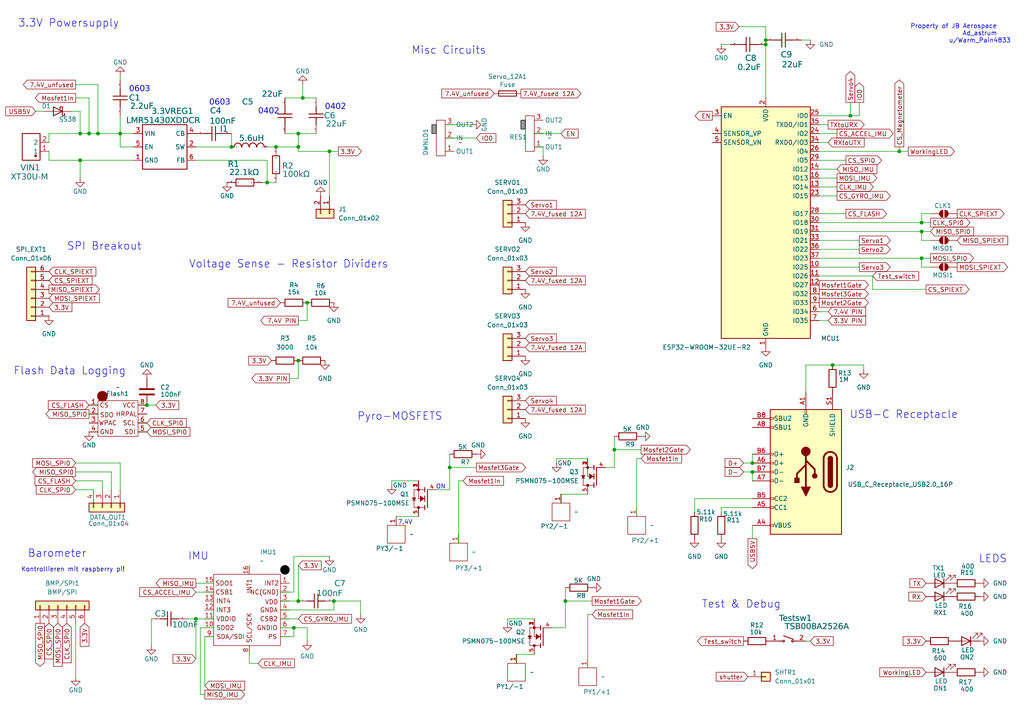
<source format=kicad_sch>
(kicad_sch (version 20231120) (generator "eeschema") (generator_version "8.0")
  (paper "User" 292.1 205.105)
  (junction (at 78.74 41.91))
  (junction (at 262.89 63.5))
  (junction (at 25.4 38.1))
  (junction (at 34.29 38.1))
  (junction (at 55.88 176.53))
  (junction (at 86.36 27.94))
  (junction (at 87.63 86.36))
  (junction (at 93.98 43.18))
  (junction (at 175.26 128.27))
  (junction (at 83.82 179.07))
  (junction (at 312.42 49.53))
  (junction (at 66.04 41.91))
  (junction (at 242.57 33.02))
  (junction (at 85.09 41.91))
  (junction (at 22.86 38.1))
  (junction (at 76.2 52.07))
  (junction (at 85.09 38.1))
  (junction (at 41.91 115.57))
  (junction (at 342.9 19.05))
  (junction (at 27.94 38.1))
  (junction (at 85.09 102.87))
  (junction (at 161.29 171.45))
  (junction (at 342.9 24.13))
  (junction (at 128.27 133.35))
  (junction (at 218.44 12.7))
  (junction (at 218.44 11.43))
  (junction (at 95.25 171.45))
  (junction (at 22.86 45.72))
  (junction (at 256.54 43.18))
  (junction (at 214.63 134.62))
  (junction (at 85.09 171.45))
  (junction (at 214.63 132.08))
  (junction (at 262.89 66.04))
  (junction (at 262.89 73.66))
  (junction (at 237.49 104.14))
  (wire (pts (xy 342.9 19.05) (xy 342.9 24.13)))
  (wire (pts (xy 25.4 38.1) (xy 27.94 38.1)))
  (wire (pts (xy 262.89 66.04) (xy 265.43 66.04)))
  (wire (pts (xy 161.29 167.64) (xy 161.29 171.45)))
  (wire (pts (xy 168.91 171.45) (xy 161.29 171.45)))
  (wire (pts (xy 93.98 43.18) (xy 93.98 55.88)))
  (wire (pts (xy 312.42 49.53) (xy 332.74 49.53)))
  (wire (pts (xy 134.62 35.56) (xy 127 35.56)))
  (wire (pts (xy 83.82 179.07) (xy 83.82 181.61)))
  (wire (pts (xy 34.29 132.08) (xy 21.59 132.08)))
  (wire (pts (xy 21.59 27.94) (xy 25.4 27.94)))
  (wire (pts (xy 76.2 41.91) (xy 78.74 41.91)))
  (wire (pts (xy 90.17 38.1) (xy 85.09 38.1)))
  (wire (pts (xy 95.25 171.45) (xy 95.25 173.99)))
  (wire (pts (xy 85.09 107.95) (xy 85.09 102.87)))
  (wire (pts (xy 87.63 182.88) (xy 87.63 179.07)))
  (wire (pts (xy 157.48 179.07) (xy 161.29 179.07)))
  (wire (pts (xy 80.01 181.61) (xy 83.82 181.61)))
  (wire (pts (xy 161.29 171.45) (xy 161.29 179.07)))
  (wire (pts (xy 158.75 132.08) (xy 158.75 130.81)))
  (wire (pts (xy 309.88 63.5) (xy 312.42 63.5)))
  (wire (pts (xy 229.87 104.14) (xy 229.87 111.76)))
  (wire (pts (xy 113.03 147.32) (xy 119.38 147.32)))
  (wire (pts (xy 233.68 53.34) (xy 238.76 53.34)))
  (wire (pts (xy 41.91 115.57) (xy 39.37 115.57)))
  (wire (pts (xy 55.88 168.91) (xy 60.96 168.91)))
  (wire (pts (xy 233.68 66.04) (xy 262.89 66.04)))
  (wire (pts (xy 212.09 132.08) (xy 214.63 132.08)))
  (wire (pts (xy 85.09 38.1) (xy 81.28 38.1)))
  (wire (pts (xy 85.09 91.44) (xy 87.63 91.44)))
  (wire (pts (xy 29.21 137.16) (xy 21.59 137.16)))
  (wire (pts (xy 245.11 71.12) (xy 233.68 71.12)))
  (wire (pts (xy 130.81 137.16) (xy 130.81 154.94)))
  (wire (pts (xy 198.12 142.24) (xy 198.12 146.05)))
  (wire (pts (xy 82.55 107.95) (xy 85.09 107.95)))
  (wire (pts (xy 25.4 27.94) (xy 25.4 38.1)))
  (wire (pts (xy 53.34 176.53) (xy 55.88 176.53)))
  (wire (pts (xy 85.09 161.29) (xy 85.09 171.45)))
  (wire (pts (xy 248.92 78.74) (xy 233.68 78.74)))
  (wire (pts (xy 102.87 171.45) (xy 102.87 175.26)))
  (wire (pts (xy 312.42 50.8) (xy 312.42 49.53)))
  (wire (pts (xy 93.98 43.18) (xy 85.09 43.18)))
  (wire (pts (xy 233.68 91.44) (xy 236.22 91.44)))
  (wire (pts (xy 147.32 189.23) (xy 147.32 186.69)))
  (wire (pts (xy 312.42 63.5) (xy 312.42 60.96)))
  (wire (pts (xy 214.63 134.62) (xy 214.63 137.16)))
  (wire (pts (xy 210.82 7.62) (xy 218.44 7.62)))
  (wire (pts (xy 78.74 52.07) (xy 76.2 52.07)))
  (wire (pts (xy 262.89 63.5) (xy 265.43 63.5)))
  (wire (pts (xy 205.74 144.78) (xy 205.74 146.05)))
  (wire (pts (xy 13.97 38.1) (xy 22.86 38.1)))
  (wire (pts (xy 144.78 177.8) (xy 144.78 176.53)))
  (wire (pts (xy 135.89 133.35) (xy 128.27 133.35)))
  (wire (pts (xy 233.68 35.56) (xy 236.22 35.56)))
  (wire (pts (xy 74.93 52.07) (xy 76.2 52.07)))
  (wire (pts (xy 22.86 50.8) (xy 22.86 45.72)))
  (wire (pts (xy 214.63 144.78) (xy 205.74 144.78)))
  (wire (pts (xy 29.21 139.7) (xy 29.21 137.16)))
  (wire (pts (xy 128.27 133.35) (xy 128.27 139.7)))
  (wire (pts (xy 34.29 38.1) (xy 34.29 33.02)))
  (wire (pts (xy 265.43 76.2) (xy 262.89 76.2)))
  (wire (pts (xy 41.91 123.19) (xy 39.37 123.19)))
  (wire (pts (xy 22.86 38.1) (xy 25.4 38.1)))
  (wire (pts (xy 248.92 82.55) (xy 248.92 78.74)))
  (wire (pts (xy 55.88 176.53) (xy 60.96 176.53)))
  (wire (pts (xy 242.57 29.21) (xy 242.57 33.02)))
  (wire (pts (xy 132.08 137.16) (xy 130.81 137.16)))
  (wire (pts (xy 144.78 176.53) (xy 152.4 176.53)))
  (wire (pts (xy 231.14 11.43) (xy 228.6 11.43)))
  (wire (pts (xy 246.38 104.14) (xy 246.38 105.41)))
  (wire (pts (xy 85.09 38.1) (xy 85.09 41.91)))
  (wire (pts (xy 27.94 38.1) (xy 34.29 38.1)))
  (wire (pts (xy 233.68 50.8) (xy 238.76 50.8)))
  (wire (pts (xy 85.09 176.53) (xy 80.01 176.53)))
  (wire (pts (xy 73.66 189.23) (xy 71.12 189.23)))
  (wire (pts (xy 218.44 12.7) (xy 218.44 11.43)))
  (wire (pts (xy 22.86 45.72) (xy 13.97 45.72)))
  (wire (pts (xy 262.89 76.2) (xy 262.89 73.66)))
  (wire (pts (xy 38.1 41.91) (xy 34.29 41.91)))
  (wire (pts (xy 237.49 104.14) (xy 229.87 104.14)))
  (wire (pts (xy 236.22 88.9) (xy 233.68 88.9)))
  (wire (pts (xy 160.02 38.1) (xy 152.4 38.1)))
  (wire (pts (xy 20.32 31.75) (xy 22.86 31.75)))
  (wire (pts (xy 233.68 60.96) (xy 241.3 60.96)))
  (wire (pts (xy 233.68 43.18) (xy 256.54 43.18)))
  (wire (pts (xy 31.75 139.7) (xy 31.75 134.62)))
  (wire (pts (xy 83.82 179.07) (xy 87.63 179.07)))
  (wire (pts (xy 25.4 118.11) (xy 27.94 118.11)))
  (wire (pts (xy 96.52 43.18) (xy 93.98 43.18)))
  (wire (pts (xy 31.75 134.62) (xy 21.59 134.62)))
  (wire (pts (xy 111.76 138.43) (xy 111.76 137.16)))
  (wire (pts (xy 128.27 129.54) (xy 128.27 133.35)))
  (wire (pts (xy 34.29 22.86) (xy 34.29 21.59)))
  (wire (pts (xy 80.01 168.91) (xy 83.82 168.91)))
  (wire (pts (xy 124.46 139.7) (xy 128.27 139.7)))
  (wire (pts (xy 44.45 115.57) (xy 41.91 115.57)))
  (wire (pts (xy 175.26 128.27) (xy 175.26 133.35)))
  (wire (pts (xy 10.16 31.75) (xy 12.7 31.75)))
  (wire (pts (xy 57.15 198.12) (xy 57.15 179.07)))
  (wire (pts (xy 21.59 24.13) (xy 27.94 24.13)))
  (wire (pts (xy 55.88 41.91) (xy 66.04 41.91)))
  (wire (pts (xy 26.67 139.7) (xy 21.59 139.7)))
  (wire (pts (xy 233.68 63.5) (xy 262.89 63.5)))
  (wire (pts (xy 58.42 181.61) (xy 58.42 195.58)))
  (wire (pts (xy 41.91 120.65) (xy 39.37 120.65)))
  (wire (pts (xy 55.88 187.96) (xy 55.88 176.53)))
  (wire (pts (xy 113.03 149.86) (xy 113.03 147.32)))
  (wire (pts (xy 168.91 175.26) (xy 167.64 175.26)))
  (wire (pts (xy 245.11 76.2) (xy 233.68 76.2)))
  (wire (pts (xy 158.75 130.81) (xy 167.64 130.81)))
  (wire (pts (xy 218.44 7.62) (xy 218.44 11.43)))
  (wire (pts (xy 85.09 41.91) (xy 78.74 41.91)))
  (wire (pts (xy 22.86 45.72) (xy 38.1 45.72)))
  (wire (pts (xy 83.82 158.75) (xy 93.98 158.75)))
  (wire (pts (xy 233.68 45.72) (xy 241.3 45.72)))
  (wire (pts (xy 262.89 68.58) (xy 262.89 66.04)))
  (wire (pts (xy 242.57 33.02) (xy 245.11 33.02)))
  (wire (pts (xy 246.38 104.14) (xy 237.49 104.14)))
  (wire (pts (xy 21.59 193.04) (xy 21.59 177.8)))
  (wire (pts (xy 245.11 29.21) (xy 245.11 33.02)))
  (wire (pts (xy 55.88 166.37) (xy 60.96 166.37)))
  (wire (pts (xy 245.11 68.58) (xy 233.68 68.58)))
  (wire (pts (xy 83.82 168.91) (xy 83.82 158.75)))
  (wire (pts (xy 87.63 91.44) (xy 87.63 86.36)))
  (wire (pts (xy 233.68 73.66) (xy 262.89 73.66)))
  (wire (pts (xy 262.89 73.66) (xy 265.43 73.66)))
  (wire (pts (xy 181.61 130.81) (xy 181.61 147.32)))
  (wire (pts (xy 27.94 24.13) (xy 27.94 38.1)))
  (wire (pts (xy 85.09 43.18) (xy 85.09 41.91)))
  (wire (pts (xy 172.72 133.35) (xy 175.26 133.35)))
  (wire (pts (xy 233.68 40.64) (xy 236.22 40.64)))
  (wire (pts (xy 233.68 33.02) (xy 242.57 33.02)))
  (wire (pts (xy 256.54 41.91) (xy 256.54 43.18)))
  (wire (pts (xy 160.02 140.97) (xy 160.02 143.51)))
  (wire (pts (xy 86.36 24.13) (xy 86.36 27.94)))
  (wire (pts (xy 22.86 31.75) (xy 22.86 38.1)))
  (wire (pts (xy 57.15 179.07) (xy 60.96 179.07)))
  (wire (pts (xy 90.17 27.94) (xy 86.36 27.94)))
  (wire (pts (xy 262.89 60.96) (xy 262.89 63.5)))
  (wire (pts (xy 264.16 82.55) (xy 248.92 82.55)))
  (wire (pts (xy 154.94 41.91) (xy 154.94 44.45)))
  (wire (pts (xy 214.63 149.86) (xy 214.63 153.67)))
  (wire (pts (xy 13.97 45.72) (xy 13.97 43.18)))
  (wire (pts (xy 34.29 38.1) (xy 38.1 38.1)))
  (wire (pts (xy 323.85 19.05) (xy 342.9 19.05)))
  (wire (pts (xy 25.4 115.57) (xy 27.94 115.57)))
  (wire (pts (xy 167.64 175.26) (xy 167.64 190.5)))
  (wire (pts (xy 43.18 176.53) (xy 43.18 184.15)))
  (wire (pts (xy 111.76 137.16) (xy 119.38 137.16)))
  (wire (pts (xy 58.42 198.12) (xy 57.15 198.12)))
  (wire (pts (xy 233.68 48.26) (xy 238.76 48.26)))
  (wire (pts (xy 182.88 130.81) (xy 181.61 130.81)))
  (wire (pts (xy 34.29 139.7) (xy 34.29 132.08)))
  (wire (pts (xy 212.09 134.62) (xy 214.63 134.62)))
  (wire (pts (xy 342.9 24.13) (xy 342.9 31.75)))
  (wire (pts (xy 135.89 39.37) (xy 127 39.37)))
  (wire (pts (xy 86.36 27.94) (xy 81.28 27.94)))
  (wire (pts (xy 214.63 142.24) (xy 198.12 142.24)))
  (wire (pts (xy 95.25 171.45) (xy 102.87 171.45)))
  (wire (pts (xy 76.2 45.72) (xy 76.2 52.07)))
  (wire (pts (xy 80.01 173.99) (xy 95.25 173.99)))
  (wire (pts (xy 55.88 45.72) (xy 76.2 45.72)))
  (wire (pts (xy 147.32 186.69) (xy 152.4 186.69)))
  (wire (pts (xy 160.02 140.97) (xy 167.64 140.97)))
  (wire (pts (xy 25.4 123.19) (xy 27.94 123.19)))
  (wire (pts (xy 60.96 181.61) (xy 58.42 181.61)))
  (wire (pts (xy 233.68 55.88) (xy 238.76 55.88)))
  (wire (pts (xy 152.4 41.91) (xy 154.94 41.91)))
  (wire (pts (xy 265.43 68.58) (xy 262.89 68.58)))
  (wire (pts (xy 71.12 189.23) (xy 71.12 184.15)))
  (wire (pts (xy 175.26 124.46) (xy 175.26 128.27)))
  (wire (pts (xy 265.43 60.96) (xy 262.89 60.96)))
  (wire (pts (xy 182.88 128.27) (xy 175.26 128.27)))
  (wire (pts (xy 233.68 38.1) (xy 238.76 38.1)))
  (wire (pts (xy 80.01 179.07) (xy 83.82 179.07)))
  (wire (pts (xy 13.97 40.64) (xy 13.97 38.1)))
  (wire (pts (xy 231.14 182.88) (xy 229.87 182.88)))
  (wire (pts (xy 218.44 27.94) (xy 218.44 12.7)))
  (wire (pts (xy 205.74 12.7) (xy 208.28 12.7)))
  (wire (pts (xy 80.01 171.45) (xy 85.09 171.45)))
  (wire (pts (xy 214.63 129.54) (xy 214.63 132.08)))
  (wire (pts (xy 34.29 41.91) (xy 34.29 38.1)))
  (wire (pts (xy 256.54 43.18) (xy 259.08 43.18)))
  (wire (pts (xy 66.04 38.1) (xy 66.04 41.91)))
  (text "0402" (at 92.71 30.0609 0) (effects (font (size 1.6891 1.6891)) (justify left top)))
  (text "Kontrollieren mit raspberry pi!" (at 20.828 162.56 0) (effects (font (size 1.27 1.27))))
  (text "USB-C Receptacle" (at 242.316 117.094 0) (effects (font (size 2.1717 2.1717)) (justify left top)))
  (text "Test & Debug" (at 200.152 171.196 0) (effects (font (size 2.1717 2.1717)) (justify left top)))
  (text "IMU\n" (at 53.594 157.48 0) (effects (font (size 2.1717 2.1717)) (justify left top)))
  (text "0402" (at 73.66 31.3309 0) (effects (font (size 1.6891 1.6891)) (justify left top)))
  (text "SPI Breakout" (at 19.05 69.088 0) (effects (font (size 2.1717 2.1717)) (justify left top)))
  (text "Barometer" (at 7.874 156.718 0) (effects (font (size 2.1717 2.1717)) (justify left top)))
  (text "USB to UART\nUART to USB" (at 314.452 7.366 0) (effects (font (size 2.1717 2.1717)) (justify left top)))
  (text "0603" (at 36.83 24.9809 0) (effects (font (size 1.6891 1.6891)) (justify left top)))
  (text "7.4V\n" (at 115.57 149.098 0) (effects (font (size 1.27 1.27))))
  (text "Voltage Sense - Resistor Dividers" (at 53.848 74.168 0) (effects (font (size 2.1717 2.1717)) (justify left top)))
  (text "Misc Circuits" (at 117.348 13.208 0) (effects (font (size 2.1717 2.1717)) (justify left top)))
  (text "Flash Data Logging" (at 3.81 104.648 0) (effects (font (size 2.1717 2.1717)) (justify left top)))
  (text "3.3V Powersupply" (at 5.08 5.4483 0) (effects (font (size 2.1717 2.1717)) (justify left top)))
  (text "Property of JB Aerospace\n			Ad_astrum\n			u/Warm_Pain4833" (at 272.034 9.652 0) (effects (font (size 1.27 1.27))))
  (text "0603\n" (at 59.69 28.7909 0) (effects (font (size 1.6891 1.6891)) (justify left top)))
  (text "ON\n" (at 125.73 138.938 0) (effects (font (size 1.27 1.27))))
  (text "Pyro-MOSFETS" (at 101.854 117.602 0) (effects (font (size 2.1717 2.1717)) (justify left top)))
  (text "LEDS" (at 279.146 158.242 0) (effects (font (size 2.1717 2.1717)) (justify left top)))
  (text "Magnetometer" (at 388.366 13.97 0) (effects (font (size 2.1717 2.1717)) (justify left top)))
  (global_label "Servo3" (shape output) (at 245.11 76.2 0) (property "Intersheetrefs" "${INTERSHEET_REFS}" (effects (hide yes))))
  (global_label "Mosfet1In" (shape input) (at 132.08 137.16 0) (property "Intersheetrefs" "${INTERSHEET_REFS}" (effects (hide yes))))
  (global_label "3.3V PIN" (shape input) (at 236.22 91.44 0) (property "Intersheetrefs" "${INTERSHEET_REFS}" (effects (hide yes))))
  (global_label "RXtoUTX" (shape output) (at 358.14 36.83 0) (property "Intersheetrefs" "${INTERSHEET_REFS}" (effects (hide yes))))
  (global_label "Mosfet3Gate" (shape output) (at 135.89 133.35 0) (property "Intersheetrefs" "${INTERSHEET_REFS}" (effects (hide yes))))
  (global_label "IO0" (shape output) (at 245.11 29.21 90) (property "Intersheetrefs" "${INTERSHEET_REFS}" (effects (hide yes))))
  (global_label "7.4V PIN" (shape output) (at 85.09 91.44 180) (property "Intersheetrefs" "${INTERSHEET_REFS}" (effects (hide yes))))
  (global_label "TX" (shape output) (at 358.14 69.85 0) (property "Intersheetrefs" "${INTERSHEET_REFS}" (effects (hide yes))))
  (global_label "Servo2" (shape output) (at 245.11 71.12 0) (property "Intersheetrefs" "${INTERSHEET_REFS}" (effects (hide yes))))
  (global_label "7.4V_unfused" (shape input) (at 80.01 86.36 180) (property "Intersheetrefs" "${INTERSHEET_REFS}" (effects (hide yes))))
  (global_label "CS_SPI0" (shape input) (at 13.97 177.8 270) (property "Intersheetrefs" "${INTERSHEET_REFS}" (effects (hide yes))))
  (global_label "D+" (shape input) (at 332.74 54.61 180) (property "Intersheetrefs" "${INTERSHEET_REFS}" (effects (hide yes))))
  (global_label "3.3V" (shape input) (at 325.12 36.83 180) (property "Intersheetrefs" "${INTERSHEET_REFS}" (effects (hide yes))))
  (global_label "Mosfet2Gate" (shape output) (at 182.88 128.27 0) (property "Intersheetrefs" "${INTERSHEET_REFS}" (effects (hide yes))))
  (global_label "3.3V" (shape input) (at 44.45 115.57 0) (property "Intersheetrefs" "${INTERSHEET_REFS}" (effects (hide yes))))
  (global_label "TX" (shape input) (at 264.16 166.37 180) (property "Intersheetrefs" "${INTERSHEET_REFS}" (effects (hide yes))))
  (global_label "D+" (shape input) (at 212.09 132.08 180) (property "Intersheetrefs" "${INTERSHEET_REFS}" (effects (hide yes))))
  (global_label "CLK_SPI0" (shape input) (at 21.59 139.7 180) (property "Intersheetrefs" "${INTERSHEET_REFS}" (effects (hide yes))))
  (global_label "CS_ACCEL_IMU" (shape output) (at 238.76 38.1 0) (property "Intersheetrefs" "${INTERSHEET_REFS}" (effects (hide yes))))
  (global_label "7.4V_fused 12A" (shape input) (at 149.86 99.06 0) (property "Intersheetrefs" "${INTERSHEET_REFS}" (effects (hide yes))))
  (global_label "CS_FLASH" (shape input) (at 21.59 137.16 180) (property "Intersheetrefs" "${INTERSHEET_REFS}" (effects (hide yes))))
  (global_label "CLK_SPIEXT" (shape output) (at 273.05 60.96 0) (property "Intersheetrefs" "${INTERSHEET_REFS}" (effects (hide yes))))
  (global_label "CLK_SPIEXT" (shape input) (at 13.97 77.47 0) (property "Intersheetrefs" "${INTERSHEET_REFS}" (effects (hide yes))))
  (global_label "7.4V_unfused" (shape output) (at 21.59 24.13 180) (property "Intersheetrefs" "${INTERSHEET_REFS}" (effects (hide yes))))
  (global_label "Servo1" (shape output) (at 245.11 68.58 0) (property "Intersheetrefs" "${INTERSHEET_REFS}" (effects (hide yes))))
  (global_label "USB5V" (shape input) (at 10.16 31.75 180) (property "Intersheetrefs" "${INTERSHEET_REFS}" (effects (hide yes))))
  (global_label "MISO_IMU" (shape output) (at 58.42 198.12 0) (property "Intersheetrefs" "${INTERSHEET_REFS}" (effects (hide yes))))
  (global_label "Servo1" (shape input) (at 149.86 58.42 0) (property "Intersheetrefs" "${INTERSHEET_REFS}" (effects (hide yes))))
  (global_label "USB5V" (shape input) (at 309.88 63.5 180) (property "Intersheetrefs" "${INTERSHEET_REFS}" (effects (hide yes))))
  (global_label "3.3V" (shape input) (at 210.82 7.62 180) (property "Intersheetrefs" "${INTERSHEET_REFS}" (effects (hide yes))))
  (global_label "CS_SPIEXT" (shape input) (at 13.97 80.01 0) (property "Intersheetrefs" "${INTERSHEET_REFS}" (effects (hide yes))))
  (global_label "MISO_SPI0" (shape output) (at 25.4 118.11 180) (property "Intersheetrefs" "${INTERSHEET_REFS}" (effects (hide yes))))
  (global_label "3.3V" (shape input) (at 264.16 182.88 180) (property "Intersheetrefs" "${INTERSHEET_REFS}" (effects (hide yes))))
  (global_label "7.4V PIN" (shape input) (at 236.22 88.9 0) (property "Intersheetrefs" "${INTERSHEET_REFS}" (effects (hide yes))))
  (global_label "RX" (shape input) (at 264.16 170.18 180) (property "Intersheetrefs" "${INTERSHEET_REFS}" (effects (hide yes))))
  (global_label "EN" (shape output) (at 203.2 33.02 180) (property "Intersheetrefs" "${INTERSHEET_REFS}" (effects (hide yes))))
  (global_label "MISO_SPI0" (shape output) (at 21.59 134.62 180) (property "Intersheetrefs" "${INTERSHEET_REFS}" (effects (hide yes))))
  (global_label "EN" (shape input) (at 160.02 38.1 0) (property "Intersheetrefs" "${INTERSHEET_REFS}" (effects (hide yes))))
  (global_label "7.4V_fused 12A" (shape input) (at 149.86 60.96 0) (property "Intersheetrefs" "${INTERSHEET_REFS}" (effects (hide yes))))
  (global_label "MOSI_IMU" (shape input) (at 58.42 195.58 0) (property "Intersheetrefs" "${INTERSHEET_REFS}" (effects (hide yes))))
  (global_label "3.3V" (shape input) (at 24.13 177.8 270) (property "Intersheetrefs" "${INTERSHEET_REFS}" (effects (hide yes))))
  (global_label "CS_GYRO_IMU" (shape input) (at 85.09 176.53 0) (property "Intersheetrefs" "${INTERSHEET_REFS}" (effects (hide yes))))
  (global_label "USB5V" (shape input) (at 323.85 19.05 180) (property "Intersheetrefs" "${INTERSHEET_REFS}" (effects (hide yes))))
  (global_label "CLK_SPI0" (shape input) (at 41.91 120.65 0) (property "Intersheetrefs" "${INTERSHEET_REFS}" (effects (hide yes))))
  (global_label "7.4V_fused 12A" (shape output) (at 148.59 26.67 0) (property "Intersheetrefs" "${INTERSHEET_REFS}" (effects (hide yes))))
  (global_label "RXtoUTX" (shape input) (at 236.22 40.64 0) (property "Intersheetrefs" "${INTERSHEET_REFS}" (effects (hide yes))))
  (global_label "Test_switch" (shape input) (at 248.92 78.74 0) (property "Intersheetrefs" "${INTERSHEET_REFS}" (effects (hide yes))))
  (global_label "CLK_SPI0" (shape input) (at 19.05 177.8 270) (property "Intersheetrefs" "${INTERSHEET_REFS}" (effects (hide yes))))
  (global_label "MOSI_SPI0" (shape input) (at 391.16 29.21 0) (property "Intersheetrefs" "${INTERSHEET_REFS}" (effects (hide yes))))
  (global_label "CS_FLASH" (shape input) (at 25.4 115.57 180) (property "Intersheetrefs" "${INTERSHEET_REFS}" (effects (hide yes))))
  (global_label "MOSI_SPI0" (shape input) (at 41.91 123.19 0) (property "Intersheetrefs" "${INTERSHEET_REFS}" (effects (hide yes))))
  (global_label "3.3V" (shape input) (at 77.47 102.87 180) (property "Intersheetrefs" "${INTERSHEET_REFS}" (effects (hide yes))))
  (global_label "CS_ACCEL_IMU" (shape input) (at 55.88 168.91 180) (property "Intersheetrefs" "${INTERSHEET_REFS}" (effects (hide yes))))
  (global_label "CS_FLASH" (shape output) (at 241.3 60.96 0) (property "Intersheetrefs" "${INTERSHEET_REFS}" (effects (hide yes))))
  (global_label "CS_GYRO_IMU" (shape output) (at 238.76 55.88 0) (property "Intersheetrefs" "${INTERSHEET_REFS}" (effects (hide yes))))
  (global_label "Mosfet1In" (shape output) (at 21.59 27.94 180) (property "Intersheetrefs" "${INTERSHEET_REFS}" (effects (hide yes))))
  (global_label "Servo4" (shape output) (at 242.57 29.21 90) (property "Intersheetrefs" "${INTERSHEET_REFS}" (effects (hide yes))))
  (global_label "3.3V" (shape output) (at 96.52 43.18 0) (property "Intersheetrefs" "${INTERSHEET_REFS}" (effects (hide yes))))
  (global_label "MISO_IMU" (shape output) (at 55.88 166.37 180) (property "Intersheetrefs" "${INTERSHEET_REFS}" (effects (hide yes))))
  (global_label "MISO_SPI0" (shape output) (at 391.16 26.67 0) (property "Intersheetrefs" "${INTERSHEET_REFS}" (effects (hide yes))))
  (global_label "WorkingLED" (shape output) (at 259.08 43.18 0) (property "Intersheetrefs" "${INTERSHEET_REFS}" (effects (hide yes))))
  (global_label "IO0" (shape input) (at 135.89 39.37 0) (property "Intersheetrefs" "${INTERSHEET_REFS}" (effects (hide yes))))
  (global_label "MISO_SPI0" (shape output) (at 11.43 177.8 270) (property "Intersheetrefs" "${INTERSHEET_REFS}" (effects (hide yes))))
  (global_label "CS_SPI0" (shape output) (at 241.3 45.72 0) (property "Intersheetrefs" "${INTERSHEET_REFS}" (effects (hide yes))))
  (global_label "CS_Magnetometer" (shape output) (at 256.54 41.91 90) (property "Intersheetrefs" "${INTERSHEET_REFS}" (effects (hide yes))))
  (global_label "MOSI_SPIEXT" (shape output) (at 273.05 76.2 0) (property "Intersheetrefs" "${INTERSHEET_REFS}" (effects (hide yes))))
  (global_label "Mosfet3Gate" (shape output) (at 233.68 83.82 0) (property "Intersheetrefs" "${INTERSHEET_REFS}" (effects (hide yes))))
  (global_label "Servo3" (shape input) (at 149.86 96.52 0) (property "Intersheetrefs" "${INTERSHEET_REFS}" (effects (hide yes))))
  (global_label "RX" (shape output) (at 358.14 67.31 0) (property "Intersheetrefs" "${INTERSHEET_REFS}" (effects (hide yes))))
  (global_label "CLK_IMU" (shape input) (at 73.66 189.23 0) (property "Intersheetrefs" "${INTERSHEET_REFS}" (effects (hide yes))))
  (global_label "7.4V_unfused" (shape input) (at 140.97 26.67 180) (property "Intersheetrefs" "${INTERSHEET_REFS}" (effects (hide yes))))
  (global_label "D-" (shape input) (at 332.74 52.07 180) (property "Intersheetrefs" "${INTERSHEET_REFS}" (effects (hide yes))))
  (global_label "3.3V PIN" (shape output) (at 82.55 107.95 180) (property "Intersheetrefs" "${INTERSHEET_REFS}" (effects (hide yes))))
  (global_label "MOSI_SPI0" (shape output) (at 265.43 73.66 0) (property "Intersheetrefs" "${INTERSHEET_REFS}" (effects (hide yes))))
  (global_label "MOSI_IMU" (shape output) (at 238.76 50.8 0) (property "Intersheetrefs" "${INTERSHEET_REFS}" (effects (hide yes))))
  (global_label "CS_SPIEXT" (shape output) (at 264.16 82.55 0) (property "Intersheetrefs" "${INTERSHEET_REFS}" (effects (hide yes))))
  (global_label "TXtoURX" (shape input) (at 358.14 39.37 0) (property "Intersheetrefs" "${INTERSHEET_REFS}" (effects (hide yes))))
  (global_label "3.3V" (shape input) (at 231.14 182.88 0) (property "Intersheetrefs" "${INTERSHEET_REFS}" (effects (hide yes))))
  (global_label "Mosfet1Gate" (shape output) (at 233.68 81.28 0) (property "Intersheetrefs" "${INTERSHEET_REFS}" (effects (hide yes))))
  (global_label "3.3V" (shape input) (at 55.88 187.96 180) (property "Intersheetrefs" "${INTERSHEET_REFS}" (effects (hide yes))))
  (global_label "MISO_IMU" (shape input) (at 238.76 48.26 0) (property "Intersheetrefs" "${INTERSHEET_REFS}" (effects (hide yes))))
  (global_label "CLK_IMU" (shape output) (at 238.76 53.34 0) (property "Intersheetrefs" "${INTERSHEET_REFS}" (effects (hide yes))))
  (global_label "MOSI_SPI0" (shape input) (at 16.51 177.8 270) (property "Intersheetrefs" "${INTERSHEET_REFS}" (effects (hide yes))))
  (global_label "7.4V_fused 12A" (shape input) (at 149.86 116.84 0) (property "Intersheetrefs" "${INTERSHEET_REFS}" (effects (hide yes))))
  (global_label "Mosfet2Gate" (shape output) (at 233.68 86.36 0) (property "Intersheetrefs" "${INTERSHEET_REFS}" (effects (hide yes))))
  (global_label "3.3V" (shape input) (at 85.09 161.29 0) (property "Intersheetrefs" "${INTERSHEET_REFS}" (effects (hide yes))))
  (global_label "MISO_SPIEXT" (shape input) (at 273.05 68.58 0) (property "Intersheetrefs" "${INTERSHEET_REFS}" (effects (hide yes))))
  (global_label "3.3V" (shape input) (at 13.97 87.63 0) (property "Intersheetrefs" "${INTERSHEET_REFS}" (effects (hide yes))))
  (global_label "shutter" (shape input) (at 213.36 193.04 180) (property "Intersheetrefs" "${INTERSHEET_REFS}" (effects (hide yes))))
  (global_label "Servo4" (shape input) (at 149.86 114.3 0) (property "Intersheetrefs" "${INTERSHEET_REFS}" (effects (hide yes))))
  (global_label "7.4V_fused 12A" (shape input) (at 149.86 80.01 0) (property "Intersheetrefs" "${INTERSHEET_REFS}" (effects (hide yes))))
  (global_label "D-" (shape input) (at 212.09 134.62 180) (property "Intersheetrefs" "${INTERSHEET_REFS}" (effects (hide yes))))
  (global_label "MISO_SPI0" (shape input) (at 265.43 66.04 0) (property "Intersheetrefs" "${INTERSHEET_REFS}" (effects (hide yes))))
  (global_label "Test_switch" (shape output) (at 212.09 182.88 180) (property "Intersheetrefs" "${INTERSHEET_REFS}" (effects (hide yes))))
  (global_label "Mosfet1In" (shape input) (at 168.91 175.26 0) (property "Intersheetrefs" "${INTERSHEET_REFS}" (effects (hide yes))))
  (global_label "CLK_SPI0" (shape output) (at 265.43 63.5 0) (property "Intersheetrefs" "${INTERSHEET_REFS}" (effects (hide yes))))
  (global_label "MISO_SPIEXT" (shape output) (at 13.97 82.55 0) (property "Intersheetrefs" "${INTERSHEET_REFS}" (effects (hide yes))))
  (global_label "MOSI_SPI0" (shape input) (at 21.59 132.08 180) (property "Intersheetrefs" "${INTERSHEET_REFS}" (effects (hide yes))))
  (global_label "MOSI_SPIEXT" (shape input) (at 13.97 85.09 0) (property "Intersheetrefs" "${INTERSHEET_REFS}" (effects (hide yes))))
  (global_label "USB5V" (shape output) (at 214.63 153.67 270) (property "Intersheetrefs" "${INTERSHEET_REFS}" (effects (hide yes))))
  (global_label "TXtoURX" (shape output) (at 236.22 35.56 0) (property "Intersheetrefs" "${INTERSHEET_REFS}" (effects (hide yes))))
  (global_label "Mosfet1Gate" (shape output) (at 168.91 171.45 0) (property "Intersheetrefs" "${INTERSHEET_REFS}" (effects (hide yes))))
  (global_label "WorkingLED" (shape input) (at 264.16 191.77 180) (property "Intersheetrefs" "${INTERSHEET_REFS}" (effects (hide yes))))
  (global_label "CS_Magnetometer" (shape input) (at 391.16 21.59 0) (property "Intersheetrefs" "${INTERSHEET_REFS}" (effects (hide yes))))
  (global_label "Mosfet1In" (shape input) (at 182.88 130.81 0) (property "Intersheetrefs" "${INTERSHEET_REFS}" (effects (hide yes))))
  (global_label "Servo2" (shape input) (at 149.86 77.47 0) (property "Intersheetrefs" "${INTERSHEET_REFS}" (effects (hide yes))))
  (global_label "CLK_SPI0" (shape input) (at 391.16 24.13 0) (property "Intersheetrefs" "${INTERSHEET_REFS}" (effects (hide yes))))
  (symbol (lib_id "Connector_Generic:Conn_01x03") (at 144.78 116.84 180) (unit 1)
    (property "Reference" "SERVO4" (at 144.78 107.95 0))
    (property "Value" "Conn_01x03" (at 144.78 110.49 0))
    (property "Footprint" "Connector_PinHeader_2.54mm:PinHeader_1x03_P2.54mm_Vertical" (effects (hide yes)))
    (property "Description" "Generic connector, single row, 01x03, script generated (kicad-library-utils/schlib/autogen/connector/)" (effects (hide yes)))
  )
  (symbol (lib_id "Device:LED") (at 267.97 170.18 180) (unit 1)
    (property "Reference" "RX1" (at 268.224 174.752 0))
    (property "Value" "LED" (at 268.478 172.72 0))
    (property "Footprint" "LED_SMD:LED_0805_2012Metric" (effects (hide yes)))
    (property "Description" "Light emitting diode" (effects (hide yes)))
  )
  (symbol (lib_id "power:GND") (at 13.97 90.17 0) (unit 1)
    (property "Reference" "#PWR01" (effects (hide yes)))
    (property "Value" "GND" (at 13.97 95.25 0))
    (property "Description" "Power symbol creates a global label with name \"GND\" , ground" (effects (hide yes)))
  )
  (symbol (lib_name "R_1") (lib_id "Device:R") (at 165.1 167.64 270) (unit 1)
    (property "Reference" "R8" (at 167.132 169.926 90) (effects (justify right)))
    (property "Value" "5K" (at 166.37 165.608 90) (effects (justify right)))
    (property "Footprint" "Resistor_SMD:R_0603_1608Metric" (effects (hide yes)))
    (property "Description" "Resistor" (effects (hide yes)))
  )
  (symbol (lib_id "power:GND") (at 205.74 153.67 0) (unit 1)
    (property "Reference" "#PWR030" (effects (hide yes)))
    (property "Value" "GND" (at 205.74 158.75 0))
    (property "Description" "Power symbol creates a global label with name \"GND\" , ground" (effects (hide yes)))
  )
  (symbol (lib_id "New_Library:PSMN075-100MSE") (at 154.94 181.61 180) (unit 1)
    (property "Reference" "Q2" (at 149.86 180.3399 0) (effects (justify left)))
    (property "Value" "PSMN075-100MSE" (at 149.86 182.8799 0) (effects (justify left)))
    (property "Footprint" "PCM_Package_TO_SOT_SMD_AKL:LFPAK33" (effects (hide yes)))
    (property "Datasheet" "https://assets.nexperia.com/documents/data-sheet/PSMN075-100MSE.pdf" (effects (hide yes)))
    (property "Description" "N-Channel MOSFET" (effects (hide yes)))
    (property "MF" "Nexperia USA" (effects (hide yes)))
    (property "MAXIMUM_PACKAGE_HEIGHT" "0.9mm" (effects (hide yes)))
    (property "Package" "SOT-1210 Nexperia" (effects (hide yes)))
    (property "Price" "None" (effects (hide yes)))
    (property "Check_prices" "https://www.snapeda.com/parts/PSMN075-100MSE/Nexperia/view-part/?ref=eda" (effects (hide yes)))
    (property "STANDARD" "Manufacturer Recommendations" (effects (hide yes)))
    (property "PARTREV" "24 July 2024" (effects (hide yes)))
    (property "SnapEDA_Link" "https://www.snapeda.com/parts/PSMN075-100MSE/Nexperia/view-part/?ref=snap" (effects (hide yes)))
    (property "MP" "PSMN075-100MSE" (effects (hide yes)))
    (property "Description_1" "\n                        \n                            N-Channel 100 V 18A (Tj) 65W (Tc) Surface Mount LFPAK33\n                        \n" (effects (hide yes)))
    (property "Availability" "Not in stock" (effects (hide yes)))
    (property "MANUFACTURER" "Nexperia" (effects (hide yes)))
  )
  (symbol (lib_id "Connector_Generic:Conn_01x06") (at 16.51 172.72 90) (unit 1)
    (property "Reference" "BMP/SPI1" (at 17.78 166.37 90))
    (property "Value" "BMP/SPI" (at 17.78 168.91 90))
    (property "Footprint" "Connector_PinHeader_2.54mm:PinHeader_1x06_P2.54mm_Vertical" (effects (hide yes)))
    (property "Description" "Generic connector, single row, 01x06, script generated (kicad-library-utils/schlib/autogen/connector/)" (effects (hide yes)))
  )
  (symbol (lib_id "power:GND") (at 111.76 138.43 0) (unit 1)
    (property "Reference" "#PWR016" (effects (hide yes)))
    (property "Value" "GND" (at 112.014 138.43 0) (effects (justify left)))
    (property "Description" "Power symbol creates a global label with name \"GND\" , ground" (effects (hide yes)))
  )
  (symbol (lib_id "Device:LED") (at 275.59 182.88 180) (unit 1)
    (property "Reference" "ON2" (at 275.844 187.452 0))
    (property "Value" "LED" (at 276.098 185.42 0))
    (property "Footprint" "LED_SMD:LED_0805_2012Metric" (effects (hide yes)))
    (property "Description" "Light emitting diode" (effects (hide yes)))
  )
  (symbol (lib_id "power:GND") (at 279.4 166.37 90) (unit 1)
    (property "Reference" "#PWR034" (effects (hide yes)))
    (property "Value" "GND" (at 283.21 166.3699 90) (effects (justify right)))
    (property "Description" "Power symbol creates a global label with name \"GND\" , ground" (effects (hide yes)))
  )
  (symbol (lib_id "Connector_Generic:Conn_01x01") (at 218.44 193.04 0) (unit 1)
    (property "Reference" "SHTR1" (at 220.98 191.7699 0) (effects (justify left)))
    (property "Value" "Conn_01x01" (at 220.98 194.3099 0) (effects (justify left)))
    (property "Footprint" "Connector_PinHeader_2.54mm:PinHeader_1x01_P2.54mm_Vertical" (effects (hide yes)))
    (property "Description" "Generic connector, single row, 01x01, script generated (kicad-library-utils/schlib/autogen/connector/)" (effects (hide yes)))
  )
  (symbol (lib_id "New_Library:Switch_SS12D00G3") (at 153.67 38.1 90) (unit 1)
    (property "Reference" "RES1" (at 145.288 39.116 90) (effects (justify right)))
    (property "Value" "~" (at 156.21 39.37 90) (effects (justify right)))
    (property "Footprint" "Buck_converters:SS12D00G3" (effects (hide yes)))
    (property "Description" "Sliding through-hole switch" (effects (hide yes)))
  )
  (symbol (lib_name "CGA0402X5R226M100GT_1_1") (lib_id "CGA0402X5R226M100GT_1") (at 223.52 11.43 270) (unit 1)
    (property "Reference" "C9" (at 222.758 14.732 90) (effects (font (size 1.6891 1.6891)) (justify left top)))
    (property "Value" "22uF" (at 222.758 17.526 90) (effects (font (size 1.6891 1.6891)) (justify left top)))
    (property "Footprint" "Capacitor_SMD:C_0603_1608Metric" (effects (hide yes)))
    (property "Manufacturer Part" "CGA0402X5R226M100GT" (effects (hide yes)))
    (property "Manufacturer" "HRE(芯声)" (effects (hide yes)))
    (property "Supplier Part" "C6119813" (effects (hide yes)))
    (property "Supplier" "LCSC" (effects (hide yes)))
  )
  (symbol (lib_id "CC0603KRX7R6BB225") (at 34.29 27.94 0) (unit 1)
    (property "Reference" "C1" (at 36.83 27.0637 0) (effects (font (size 1.6891 1.6891)) (justify left top)))
    (property "Value" "2.2uF" (at 36.83 29.3497 0) (effects (font (size 1.6891 1.6891)) (justify left top)))
    (property "Footprint" "Capacitor_SMD:C_0603_1608Metric" (effects (hide yes)))
    (property "Manufacturer Part" "CC0603KRX7R6BB225" (effects (hide yes)))
    (property "Manufacturer" "YAGEO(国巨)" (effects (hide yes)))
    (property "Supplier Part" "C513691" (effects (hide yes)))
    (property "Supplier" "LCSC" (effects (hide yes)))
  )
  (symbol (lib_id "power:GND") (at 134.62 35.56 90) (unit 1)
    (property "Reference" "#PWR017" (effects (hide yes)))
    (property "Value" "GND" (at 138.176 35.56 0))
    (property "Description" "Power symbol creates a global label with name \"GND\" , ground" (effects (hide yes)))
  )
  (symbol (lib_id "power:GND") (at 231.14 11.43 0) (unit 1)
    (property "Reference" "#PWR032" (effects (hide yes)))
    (property "Value" "GND" (at 233.68 12.6999 0) (effects (justify left)))
    (property "Description" "Power symbol creates a global label with name \"GND\" , ground" (effects (hide yes)))
  )
  (symbol (lib_id "power:GND") (at 218.44 99.06 0) (unit 1)
    (property "Reference" "#PWR031" (effects (hide yes)))
    (property "Value" "GND" (at 218.44 104.14 0))
    (property "Description" "Power symbol creates a global label with name \"GND\" , ground" (effects (hide yes)))
  )
  (symbol (lib_id "Connector_Generic:Conn_01x06") (at 8.89 85.09 180) (unit 1)
    (property "Reference" "SPI_EXT1" (at 8.89 71.12 0))
    (property "Value" "Conn_01x06" (at 8.89 73.66 0))
    (property "Footprint" "Buck_converters:B6B-ZR-T" (effects (hide yes)))
    (property "Description" "JST B6B-ZR-3.4 Connector. 6 pins" (effects (hide yes)))
  )
  (symbol (lib_id "CC0402KRX7R7BB104") (at 48.26 176.53 0) (unit 1)
    (property "Reference" "C3" (at 44.196 174.244 0) (effects (font (size 1.6891 1.6891)) (justify left top)))
    (property "Value" "100nF" (at 48.768 177.292 0) (effects (font (size 1.6891 1.6891)) (justify left top)))
    (property "Footprint" "Capacitor_SMD:C_0603_1608Metric" (effects (hide yes)))
    (property "Manufacturer Part" "CC0402KRX7R7BB104" (effects (hide yes)))
    (property "Manufacturer" "YAGEO(国巨)" (effects (hide yes)))
    (property "Supplier Part" "C60474" (effects (hide yes)))
    (property "Supplier" "LCSC" (effects (hide yes)))
  )
  (symbol (lib_name "R_4") (lib_id "Device:R") (at 215.9 182.88 90) (unit 1)
    (property "Reference" "R12" (at 215.9 178.308 90))
    (property "Value" "10k" (at 215.646 180.34 90))
    (property "Footprint" "Resistor_SMD:R_0603_1608Metric" (effects (hide yes)))
    (property "Description" "Resistor" (effects (hide yes)))
  )
  (symbol (lib_id "power:GND") (at 22.86 50.8 0) (unit 1)
    (property "Reference" "#PWR03" (effects (hide yes)))
    (property "Value" "GND" (at 22.86 54.61 0))
    (property "Description" "Power symbol creates a global label with name \"GND\" , ground" (effects (hide yes)))
  )
  (symbol (lib_name "R_4") (lib_id "Device:R") (at 275.59 166.37 90) (unit 1)
    (property "Reference" "R15" (at 275.844 163.322 90))
    (property "Value" "400" (at 276.098 161.544 90))
    (property "Footprint" "Resistor_SMD:R_0603_1608Metric" (effects (hide yes)))
    (property "Description" "Resistor" (effects (hide yes)))
  )
  (symbol (lib_id "power:GND") (at 312.42 39.37 180) (unit 1)
    (property "Reference" "#PWR038" (effects (hide yes)))
    (property "Value" "GND" (at 312.42 34.29 0))
    (property "Description" "Power symbol creates a global label with name \"GND\" , ground" (effects (hide yes)))
  )
  (symbol (lib_id "power:GND") (at 198.12 153.67 0) (unit 1)
    (property "Reference" "#PWR028" (effects (hide yes)))
    (property "Value" "GND" (at 198.12 158.75 0))
    (property "Description" "Power symbol creates a global label with name \"GND\" , ground" (effects (hide yes)))
  )
  (symbol (lib_id "Connector_Generic:Conn_01x03") (at 144.78 99.06 180) (unit 1)
    (property "Reference" "SERVO3" (at 144.78 90.17 0))
    (property "Value" "Conn_01x03" (at 144.78 92.71 0))
    (property "Footprint" "Connector_PinHeader_2.54mm:PinHeader_1x03_P2.54mm_Vertical" (effects (hide yes)))
    (property "Description" "Generic connector, single row, 01x03, script generated (kicad-library-utils/schlib/autogen/connector/)" (effects (hide yes)))
  )
  (symbol (lib_name "R_4") (lib_id "Device:R") (at 275.59 170.18 90) (unit 1)
    (property "Reference" "R16" (at 275.336 172.974 90))
    (property "Value" "400" (at 275.844 175.006 90))
    (property "Footprint" "Resistor_SMD:R_0603_1608Metric" (effects (hide yes)))
    (property "Description" "Resistor" (effects (hide yes)))
  )
  (symbol (lib_id "Device:R") (at 81.28 102.87 90) (unit 1)
    (property "Reference" "R3" (at 81.28 96.52 90))
    (property "Value" "3000" (at 81.28 99.06 90))
    (property "Footprint" "Resistor_SMD:R_0603_1608Metric" (effects (hide yes)))
    (property "Description" "Resistor" (effects (hide yes)))
  )
  (symbol (lib_id "0603WAF2212T5E") (at 312.42 55.88 270) (unit 1)
    (property "Reference" "R19" (at 314.452 56.134 90) (effects (font (size 1.6891 1.6891)) (justify left top)))
    (property "Value" "22.1kΩ" (at 313.436 58.928 90) (effects (font (size 1.6891 1.6891)) (justify left top)))
    (property "Footprint" "Resistor_SMD:R_0603_1608Metric" (effects (hide yes)))
    (property "Manufacturer Part" "0603WAF2212T5E" (effects (hide yes)))
    (property "Manufacturer" "UNI-ROYAL(厚声)" (effects (hide yes)))
    (property "Supplier Part" "C25961" (effects (hide yes)))
    (property "Supplier" "LCSC" (effects (hide yes)))
  )
  (symbol (lib_id "power:GND") (at 21.59 193.04 0) (unit 1)
    (property "Reference" "#PWR02" (effects (hide yes)))
    (property "Value" "GND" (at 21.59 196.85 0))
    (property "Description" "Power symbol creates a global label with name \"GND\" , ground" (effects (hide yes)))
  )
  (symbol (lib_id "power:GND") (at 345.44 87.63 0) (unit 1)
    (property "Reference" "#PWR039" (effects (hide yes)))
    (property "Value" "GND" (at 344.932 91.44 0))
    (property "Description" "Power symbol creates a global label with name \"GND\" , ground" (effects (hide yes)))
  )
  (symbol (lib_id "Flight Computer:Pyro-Pad") (at 113.03 152.4 90) (unit 1)
    (property "Reference" "PY3/-1" (at 107.188 156.464 90) (effects (justify right)))
    (property "Value" "~" (at 116.84 152.4 90) (effects (justify right)))
    (property "Footprint" "Buck_converters:Pyro_pad" (effects (hide yes)))
  )
  (symbol (lib_id "power:GND") (at 353.06 24.13 90) (unit 1)
    (property "Reference" "#PWR041" (effects (hide yes)))
    (property "Value" "GND" (at 356.87 24.1299 90) (effects (justify right)))
    (property "Description" "Power symbol creates a global label with name \"GND\" , ground" (effects (hide yes)))
  )
  (symbol (lib_id "power:GND") (at 353.06 19.05 90) (unit 1)
    (property "Reference" "#PWR040" (effects (hide yes)))
    (property "Value" "GND" (at 356.87 19.0499 90) (effects (justify right)))
    (property "Description" "Power symbol creates a global label with name \"GND\" , ground" (effects (hide yes)))
  )
  (symbol (lib_id "Flight Computer:Pyro-Pad") (at 130.81 157.48 90) (unit 1)
    (property "Reference" "PY3/+1" (at 129.794 162.052 90) (effects (justify right)))
    (property "Value" "~" (at 134.62 157.48 90) (effects (justify right)))
    (property "Footprint" "Buck_converters:Pyro_pad" (effects (hide yes)))
  )
  (symbol (lib_id "Device:LED") (at 267.97 166.37 180) (unit 1)
    (property "Reference" "TX1" (at 267.716 162.052 0))
    (property "Value" "LED" (at 267.97 164.084 0))
    (property "Footprint" "LED_SMD:LED_0805_2012Metric" (effects (hide yes)))
    (property "Description" "Light emitting diode" (effects (hide yes)))
  )
  (symbol (lib_id "Connector_Generic:Conn_01x04") (at 31.75 144.78 270) (unit 1)
    (property "Reference" "DATA_OUT1" (at 30.734 147.574 90))
    (property "Value" "Conn_01x04" (at 30.988 149.352 90))
    (property "Footprint" "Buck_converters:B4B-ZR-S" (effects (hide yes)))
    (property "Description" "Generic connector, single row, 01x04, script generated (kicad-library-utils/schlib/autogen/connector/)" (effects (hide yes)))
  )
  (symbol (lib_id "power:GND") (at 149.86 119.38 0) (unit 1)
    (property "Reference" "#PWR023" (effects (hide yes)))
    (property "Value" "GND" (at 149.86 124.46 0))
    (property "Description" "Power symbol creates a global label with name \"GND\" , ground" (effects (hide yes)))
  )
  (symbol (lib_id "Flight Computer:Pyro-Pad") (at 160.02 146.05 90) (unit 1)
    (property "Reference" "PY2/-1" (at 154.178 150.114 90) (effects (justify right)))
    (property "Value" "~" (at 163.83 146.05 90) (effects (justify right)))
    (property "Footprint" "Buck_converters:Pyro_pad" (effects (hide yes)))
  )
  (symbol (lib_id "power:GND") (at 279.4 170.18 90) (unit 1)
    (property "Reference" "#PWR035" (effects (hide yes)))
    (property "Value" "GND" (at 283.21 170.1799 90) (effects (justify right)))
    (property "Description" "Power symbol creates a global label with name \"GND\" , ground" (effects (hide yes)))
  )
  (symbol (lib_id "Device:C") (at 41.91 111.76 0) (unit 1)
    (property "Reference" "C2" (at 45.72 110.4899 0) (effects (justify left)))
    (property "Value" "100nF" (at 45.72 112.522 0) (effects (justify left)))
    (property "Footprint" "Capacitor_SMD:C_0603_1608Metric" (effects (hide yes)))
    (property "Description" "Unpolarized capacitor" (effects (hide yes)))
  )
  (symbol (lib_id "Device:LED") (at 267.97 191.77 180) (unit 1)
    (property "Reference" "ON1" (at 268.224 196.342 0))
    (property "Value" "LED" (at 268.478 194.31 0))
    (property "Footprint" "LED_SMD:LED_0805_2012Metric" (effects (hide yes)))
    (property "Description" "Light emitting diode" (effects (hide yes)))
  )
  (symbol (lib_id "power:GND") (at 279.4 182.88 90) (unit 1)
    (property "Reference" "#PWR036" (effects (hide yes)))
    (property "Value" "GND" (at 283.21 182.8799 90) (effects (justify right)))
    (property "Description" "Power symbol creates a global label with name \"GND\" , ground" (effects (hide yes)))
  )
  (symbol (lib_id "Connector:USB_C_Receptacle_USB2.0_16P") (at 229.87 134.62 180) (unit 1)
    (property "Reference" "J2" (at 241.3 133.3499 0) (effects (justify right)))
    (property "Value" "USB_C_Receptacle_USB2.0_16P" (at 241.808 138.176 0) (effects (justify right)))
    (property "Footprint" "Connector_USB:USB_C_Receptacle_GCT_USB4105-xx-A_16P_TopMnt_Horizontal" (effects (hide yes)))
    (property "Datasheet" "https://www.usb.org/sites/default/files/documents/usb_type-c.zip" (effects (hide yes)))
    (property "Description" "USB 2.0-only 16P Type-C Receptacle connector" (effects (hide yes)))
  )
  (symbol (lib_id "power:GND") (at 34.29 21.59 180) (unit 1)
    (property "Reference" "#PWR05" (effects (hide yes)))
    (property "Value" "GND" (at 34.29 17.78 0))
    (property "Description" "Power symbol creates a global label with name \"GND\" , ground" (effects (hide yes)))
  )
  (symbol (lib_id "power:GND") (at 168.91 167.64 90) (unit 1)
    (property "Reference" "#PWR026" (effects (hide yes)))
    (property "Value" "GND" (at 171.45 165.1 90) (effects (justify left)))
    (property "Description" "Power symbol creates a global label with name \"GND\" , ground" (effects (hide yes)))
  )
  (symbol (lib_id "power:GND") (at 149.86 101.6 0) (unit 1)
    (property "Reference" "#PWR022" (effects (hide yes)))
    (property "Value" "GND" (at 149.86 106.68 0))
    (property "Description" "Power symbol creates a global label with name \"GND\" , ground" (effects (hide yes)))
  )
  (symbol (lib_id "CGA0402X5R226M100GT_1") (at 90.17 33.02 0) (unit 1)
    (property "Reference" "C6" (at 92.456 32.1183 0) (effects (font (size 1.6891 1.6891)) (justify left top)))
    (property "Value" "22uF" (at 92.71 34.4043 0) (effects (font (size 1.6891 1.6891)) (justify left top)))
    (property "Footprint" "Capacitor_SMD:C_0603_1608Metric" (effects (hide yes)))
    (property "Manufacturer Part" "CGA0402X5R226M100GT" (effects (hide yes)))
    (property "Manufacturer" "HRE(芯声)" (effects (hide yes)))
    (property "Supplier Part" "C6119813" (effects (hide yes)))
    (property "Supplier" "LCSC" (effects (hide yes)))
  )
  (symbol (lib_id "power:GND") (at 279.4 191.77 90) (unit 1)
    (property "Reference" "#PWR037" (effects (hide yes)))
    (property "Value" "GND" (at 283.21 191.7699 90) (effects (justify right)))
    (property "Description" "Power symbol creates a global label with name \"GND\" , ground" (effects (hide yes)))
  )
  (symbol (lib_id "CC0402KRX7R7BB104") (at 90.17 171.45 180) (unit 1)
    (property "Reference" "C7" (at 98.552 167.386 0) (effects (font (size 1.6891 1.6891)) (justify left top)))
    (property "Value" "100nF" (at 98.0694 170.2689 0) (effects (font (size 1.6891 1.6891)) (justify left top)))
    (property "Footprint" "Capacitor_SMD:C_0603_1608Metric" (effects (hide yes)))
    (property "Manufacturer Part" "CC0402KRX7R7BB104" (effects (hide yes)))
    (property "Manufacturer" "YAGEO(国巨)" (effects (hide yes)))
    (property "Supplier Part" "C60474" (effects (hide yes)))
    (property "Supplier" "LCSC" (effects (hide yes)))
  )
  (symbol (lib_id "power:GND") (at 41.91 107.95 180) (unit 1)
    (property "Reference" "#PWR06" (effects (hide yes)))
    (property "Value" "GND" (at 41.91 104.14 0))
    (property "Description" "Power symbol creates a global label with name \"GND\" , ground" (effects (hide yes)))
  )
  (symbol (lib_id "Connector_Generic:Conn_01x02") (at 93.98 60.96 270) (unit 1)
    (property "Reference" "J1" (at 96.52 59.6899 90) (effects (justify left)))
    (property "Value" "Conn_01x02" (at 96.52 62.2299 90) (effects (justify left)))
    (property "Footprint" "Connector_PinHeader_2.54mm:PinHeader_1x02_P2.54mm_Vertical" (effects (hide yes)))
    (property "Description" "Generic connector, single row, 01x02, script generated (kicad-library-utils/schlib/autogen/connector/)" (effects (hide yes)))
  )
  (symbol (lib_id "Device:R") (at 237.49 107.95 0) (unit 1)
    (property "Reference" "R13" (at 239.014 106.426 0) (effects (justify left)))
    (property "Value" "1M" (at 239.268 108.204 0) (effects (justify left)))
    (property "Footprint" "Resistor_SMD:R_0402_1005Metric_Pad0.72x0.64mm_HandSolder" (effects (hide yes)))
    (property "Description" "Resistor" (effects (hide yes)))
  )
  (symbol (lib_id "power:GND") (at 25.4 123.19 0) (unit 1)
    (property "Reference" "#PWR04" (effects (hide yes)))
    (property "Value" "GND" (at 25.4 127 0))
    (property "Description" "Power symbol creates a global label with name \"GND\" , ground" (effects (hide yes)))
  )
  (symbol (lib_id "Diode:SS38") (at 16.51 31.75 180) (unit 1)
    (property "Reference" "D1" (at 13.208 30.226 0))
    (property "Value" "SS38" (at 19.304 34.036 0))
    (property "Footprint" "Diode_SMD:D_SMA" (effects (hide yes)))
    (property "Datasheet" "https://www.microdiode.com/uploadfiles//PDF/SS32-THRU-SS3200-SMA.pdf" (effects (hide yes)))
    (property "Description" "80V 3A Schottky Diode, SMA" (effects (hide yes)))
  )
  (symbol (lib_id "power:GND") (at 205.74 12.7 0) (unit 1)
    (property "Reference" "#PWR029" (effects (hide yes)))
    (property "Value" "GND" (at 205.74 16.51 0))
    (property "Description" "Power symbol creates a global label with name \"GND\" , ground" (effects (hide yes)))
  )
  (symbol (lib_id "Flight Computer:Pyro-Pad") (at 147.32 191.77 90) (unit 1)
    (property "Reference" "PY1/-1" (at 141.478 195.834 90) (effects (justify right)))
    (property "Value" "~" (at 151.13 191.77 90) (effects (justify right)))
    (property "Footprint" "Buck_converters:Pyro_pad" (effects (hide yes)))
  )
  (symbol (lib_id "CC0402KRX7R7BB104") (at 347.98 24.13 180) (unit 1)
    (property "Reference" "C11" (at 353.314 26.924 0) (effects (font (size 1.6891 1.6891)) (justify left top)))
    (property "Value" "100nF" (at 354.33 29.718 0) (effects (font (size 1.6891 1.6891)) (justify left top)))
    (property "Footprint" "Capacitor_SMD:C_0603_1608Metric" (effects (hide yes)))
    (property "Manufacturer Part" "CC0402KRX7R7BB104" (effects (hide yes)))
    (property "Manufacturer" "YAGEO(国巨)" (effects (hide yes)))
    (property "Supplier Part" "C60474" (effects (hide yes)))
    (property "Supplier" "LCSC" (effects (hide yes)))
  )
  (symbol (lib_id "power:GND") (at 43.18 184.15 0) (unit 1)
    (property "Reference" "#PWR07" (effects (hide yes)))
    (property "Value" "GND" (at 43.18 187.96 0))
    (property "Description" "Power symbol creates a global label with name \"GND\" , ground" (effects (hide yes)))
  )
  (symbol (lib_id "CC0402KRX7R7BB104") (at 60.96 38.1 0) (unit 1)
    (property "Reference" "C4" (at 59.944 30.734 0) (effects (font (size 1.6891 1.6891)) (justify left top)))
    (property "Value" "100nF" (at 59.4614 33.6169 0) (effects (font (size 1.6891 1.6891)) (justify left top)))
    (property "Footprint" "Capacitor_SMD:C_0603_1608Metric" (effects (hide yes)))
    (property "Manufacturer Part" "CC0402KRX7R7BB104" (effects (hide yes)))
    (property "Manufacturer" "YAGEO(国巨)" (effects (hide yes)))
    (property "Supplier Part" "C60474" (effects (hide yes)))
    (property "Supplier" "LCSC" (effects (hide yes)))
  )
  (symbol (lib_id "YSPI0520-5R6M") (at 71.12 41.91 0) (unit 1)
    (property "Reference" "I1" (at 62.7888 35.9537 0) (effects (font (size 1.6891 1.6891)) (justify left top)))
    (property "Value" "5.6uH" (at 67.9704 38.5191 0) (effects (font (size 1.6891 1.6891)) (justify left top)))
    (property "Footprint" "Buck_converters:YSPI0520-5R6M" (effects (hide yes)))
    (property "Manufacturer Part" "YSPI0520-5R6M" (effects (hide yes)))
    (property "Manufacturer" "YJYCOIN(益嘉源)" (effects (hide yes)))
    (property "Supplier Part" "C718378" (effects (hide yes)))
    (property "Supplier" "LCSC" (effects (hide yes)))
  )
  (symbol (lib_id "RC0402FR-07100KL") (at 78.74 46.99 0) (unit 1)
    (property "Reference" "R2" (at 80.518 46.482 0) (effects (font (size 1.6891 1.6891)) (justify left top)))
    (property "Value" "100kΩ" (at 80.264 48.768 0) (effects (font (size 1.6891 1.6891)) (justify left top)))
    (property "Footprint" "Resistor_SMD:R_0603_1608Metric" (effects (hide yes)))
    (property "Manufacturer Part" "RC0402FR-07100KL" (effects (hide yes)))
    (property "Manufacturer" "YAGEO(国巨)" (effects (hide yes)))
    (property "Supplier Part" "C60491" (effects (hide yes)))
    (property "Supplier" "LCSC" (effects (hide yes)))
  )
  (symbol (lib_id "XT30U-M") (at 8.89 41.91 0) (unit 1)
    (property "Reference" "VIN1" (at 5.842 46.99 0) (effects (font (size 1.6891 1.6891)) (justify left top)))
    (property "Value" "XT30U-M" (at 2.286 49.53 0) (effects (font (size 1.6891 1.6891)) (justify left top)))
    (property "Footprint" "Connector_AMASS:AMASS_XT30U-F_1x02_P5.0mm_Vertical" (effects (hide yes)))
    (property "Datasheet" "XT30" (effects (hide yes)))
    (property "Manufacturer Part" "XT30U-M" (effects (hide yes)))
    (property "Manufacturer" "AMASS(艾迈斯)" (effects (hide yes)))
    (property "Supplier Part" "C99101" (effects (hide yes)))
    (property "Supplier" "LCSC" (effects (hide yes)))
  )
  (symbol (lib_id "Device:R") (at 83.82 86.36 90) (unit 1)
    (property "Reference" "R4" (at 83.82 81.28 90))
    (property "Value" "15k" (at 83.82 83.312 90))
    (property "Footprint" "Resistor_SMD:R_0603_1608Metric" (effects (hide yes)))
    (property "Description" "Resistor" (effects (hide yes)))
  )
  (symbol (lib_id "Jumper:SolderJumper_2_Open") (at 269.24 60.96 0) (unit 1) (exclude_from_sim yes) (in_bom no)
    (property "Reference" "CLK1" (at 268.986 58.674 0))
    (property "Value" "SolderJumper_2_Open" (effects (hide yes)))
    (property "Footprint" "Capacitor_SMD:C_0603_1608Metric" (effects (hide yes)))
    (property "Description" "Solder Jumper, 2-pole, open" (effects (hide yes)))
  )
  (symbol (lib_id "Flight Computer:Pyro-Pad") (at 167.64 193.04 90) (unit 1)
    (property "Reference" "PY1/+1" (at 166.37 197.358 90) (effects (justify right)))
    (property "Value" "~" (at 171.45 193.04 90) (effects (justify right)))
    (property "Footprint" "Buck_converters:Pyro_pad" (effects (hide yes)))
  )
  (symbol (lib_id "power:GND") (at 93.98 158.75 0) (unit 1)
    (property "Reference" "#PWR013" (effects (hide yes)))
    (property "Value" "GND" (at 93.98 162.56 0))
    (property "Description" "Power symbol creates a global label with name \"GND\" , ground" (effects (hide yes)))
  )
  (symbol (lib_id "Device:R") (at 198.12 149.86 0) (unit 1)
    (property "Reference" "R10" (at 199.39 148.082 0) (effects (justify left)))
    (property "Value" "5.11k" (at 198.628 146.05 0) (effects (justify left)))
    (property "Footprint" "Resistor_SMD:R_0402_1005Metric_Pad0.72x0.64mm_HandSolder" (effects (hide yes)))
    (property "Description" "Resistor" (effects (hide yes)))
  )
  (symbol (lib_id "Connector_Generic:Conn_01x03") (at 144.78 60.96 180) (unit 1)
    (property "Reference" "SERVO1" (at 144.78 52.07 0))
    (property "Value" "Conn_01x03" (at 144.78 54.61 0))
    (property "Footprint" "Connector_PinHeader_2.54mm:PinHeader_1x03_P2.54mm_Vertical" (effects (hide yes)))
    (property "Description" "Generic connector, single row, 01x03, script generated (kicad-library-utils/schlib/autogen/connector/)" (effects (hide yes)))
  )
  (symbol (lib_id "0603WAF2212T5E") (at 312.42 44.45 270) (unit 1)
    (property "Reference" "R18" (at 314.452 44.704 90) (effects (font (size 1.6891 1.6891)) (justify left top)))
    (property "Value" "47.5k" (at 313.436 47.498 90) (effects (font (size 1.6891 1.6891)) (justify left top)))
    (property "Footprint" "Resistor_SMD:R_0402_1005Metric" (effects (hide yes)))
    (property "Manufacturer Part" "0603WAF2212T5E" (effects (hide yes)))
    (property "Manufacturer" "UNI-ROYAL(厚声)" (effects (hide yes)))
    (property "Supplier Part" "C25961" (effects (hide yes)))
    (property "Supplier" "LCSC" (effects (hide yes)))
  )
  (symbol (lib_id "Device:R") (at 91.44 86.36 90) (unit 1)
    (property "Reference" "R6" (at 91.44 81.534 90))
    (property "Value" "10k" (at 91.44 83.566 90))
    (property "Footprint" "Resistor_SMD:R_0603_1608Metric" (effects (hide yes)))
    (property "Description" "Resistor" (effects (hide yes)))
  )
  (symbol (lib_id "LMR51430XDDCR") (at 46.99 41.91 0) (unit 1)
    (property "Reference" "3.3VREG1" (at 43.2562 30.8737 0) (effects (font (size 1.6891 1.6891)) (justify left top)))
    (property "Value" "LMR51430XDDCR" (at 35.7124 33.4391 0) (effects (font (size 1.6891 1.6891)) (justify left top)))
    (property "Footprint" "Buck_converters:LMR41430XDDCR" (effects (hide yes)))
    (property "Datasheet" "https://lcsc.com/datasheet/lcsc_datasheet_2410121814_Texas-Instruments-LMR51430XDDCR_C5185863.pdf" (effects (hide yes)))
    (property "Description" "Buck Converter up to 3A" (effects (hide yes)))
    (property "Manufacturer Part" "LMR51430XDDCR" (effects (hide yes)))
    (property "Manufacturer" "TI(德州仪器)" (effects (hide yes)))
    (property "Supplier Part" "C5185863" (effects (hide yes)))
    (property "Supplier" "LCSC" (effects (hide yes)))
  )
  (symbol (lib_id "Jumper:SolderJumper_2_Open") (at 269.24 76.2 0) (unit 1) (exclude_from_sim yes) (in_bom no)
    (property "Reference" "MOSI1" (at 268.986 78.486 0))
    (property "Value" "SolderJumper_2_Open" (effects (hide yes)))
    (property "Footprint" "Capacitor_SMD:C_0603_1608Metric" (effects (hide yes)))
    (property "Description" "Solder Jumper, 2-pole, open" (effects (hide yes)))
  )
  (symbol (lib_name "CGA0402X5R226M100GT_1_1") (lib_id "CGA0402X5R226M100GT_1") (at 213.36 12.7 270) (unit 1)
    (property "Reference" "C8" (at 212.598 15.748 90) (effects (font (size 1.6891 1.6891)) (justify left top)))
    (property "Value" "0.2uF" (at 210.058 18.288 90) (effects (font (size 1.6891 1.6891)) (justify left top)))
    (property "Footprint" "Capacitor_SMD:C_0603_1608Metric" (effects (hide yes)))
    (property "Manufacturer Part" "CGA0402X5R226M100GT" (effects (hide yes)))
    (property "Manufacturer" "HRE(芯声)" (effects (hide yes)))
    (property "Supplier Part" "C6119813" (effects (hide yes)))
    (property "Supplier" "LCSC" (effects (hide yes)))
  )
  (symbol (lib_name "R_1") (lib_id "Device:R") (at 132.08 129.54 270) (unit 1)
    (property "Reference" "R7" (at 134.112 131.826 90) (effects (justify right)))
    (property "Value" "5K" (at 133.35 127.508 90) (effects (justify right)))
    (property "Footprint" "Resistor_SMD:R_0603_1608Metric" (effects (hide yes)))
    (property "Description" "Resistor" (effects (hide yes)))
  )
  (symbol (lib_id "New_Library:PSMN075-100MSE") (at 121.92 142.24 180) (unit 1)
    (property "Reference" "Q1" (at 116.84 140.9699 0) (effects (justify left)))
    (property "Value" "PSMN075-100MSE" (at 116.84 143.5099 0) (effects (justify left)))
    (property "Footprint" "PCM_Package_TO_SOT_SMD_AKL:LFPAK33" (effects (hide yes)))
    (property "Datasheet" "https://assets.nexperia.com/documents/data-sheet/PSMN075-100MSE.pdf" (effects (hide yes)))
    (property "Description" "N-Channel MOSFET" (effects (hide yes)))
    (property "MF" "Nexperia USA" (effects (hide yes)))
    (property "MAXIMUM_PACKAGE_HEIGHT" "0.9mm" (effects (hide yes)))
    (property "Package" "SOT-1210 Nexperia" (effects (hide yes)))
    (property "Price" "None" (effects (hide yes)))
    (property "Check_prices" "https://www.snapeda.com/parts/PSMN075-100MSE/Nexperia/view-part/?ref=eda" (effects (hide yes)))
    (property "STANDARD" "Manufacturer Recommendations" (effects (hide yes)))
    (property "PARTREV" "24 July 2024" (effects (hide yes)))
    (property "SnapEDA_Link" "https://www.snapeda.com/parts/PSMN075-100MSE/Nexperia/view-part/?ref=snap" (effects (hide yes)))
    (property "MP" "PSMN075-100MSE" (effects (hide yes)))
    (property "Description_1" "\n                        \n                            N-Channel 100 V 18A (Tj) 65W (Tc) Surface Mount LFPAK33\n                        \n" (effects (hide yes)))
    (property "Availability" "Not in stock" (effects (hide yes)))
    (property "MANUFACTURER" "Nexperia" (effects (hide yes)))
  )
  (symbol (lib_id "Device:Fuse") (at 144.78 26.67 90) (unit 1)
    (property "Reference" "Servo_12A1" (at 144.78 21.844 90))
    (property "Value" "Fuse" (at 144.78 24.13 90))
    (property "Footprint" "Fuse:Fuse_1206_3216Metric_Pad1.42x1.75mm_HandSolder" (effects (hide yes)))
    (property "Description" "Fuse" (effects (hide yes)))
  )
  (symbol (lib_id "Flight Computer:Pyro-Pad") (at 181.61 149.86 90) (unit 1)
    (property "Reference" "PY2/+1" (at 180.086 154.178 90) (effects (justify right)))
    (property "Value" "~" (at 185.42 149.86 90) (effects (justify right)))
    (property "Footprint" "Buck_converters:Pyro_pad" (effects (hide yes)))
  )
  (symbol (lib_id "power:GND") (at 149.86 63.5 0) (unit 1)
    (property "Reference" "#PWR020" (effects (hide yes)))
    (property "Value" "GND" (at 149.86 68.58 0))
    (property "Description" "Power symbol creates a global label with name \"GND\" , ground" (effects (hide yes)))
  )
  (symbol (lib_id "Connector_Generic:Conn_01x03") (at 144.78 80.01 180) (unit 1)
    (property "Reference" "SERVO2" (at 144.78 71.12 0))
    (property "Value" "Conn_01x03" (at 144.78 73.66 0))
    (property "Footprint" "Connector_PinHeader_2.54mm:PinHeader_1x03_P2.54mm_Vertical" (effects (hide yes)))
    (property "Description" "Generic connector, single row, 01x03, script generated (kicad-library-utils/schlib/autogen/connector/)" (effects (hide yes)))
  )
  (symbol (lib_id "0603WAF2212T5E") (at 69.85 52.07 0) (unit 1)
    (property "Reference" "R1" (at 65.024 45.974 0) (effects (font (size 1.6891 1.6891)) (justify left top)))
    (property "Value" "22.1kΩ" (at 65.024 48.26 0) (effects (font (size 1.6891 1.6891)) (justify left top)))
    (property "Footprint" "Resistor_SMD:R_0603_1608Metric" (effects (hide yes)))
    (property "Manufacturer Part" "0603WAF2212T5E" (effects (hide yes)))
    (property "Manufacturer" "UNI-ROYAL(厚声)" (effects (hide yes)))
    (property "Supplier Part" "C25961" (effects (hide yes)))
    (property "Supplier" "LCSC" (effects (hide yes)))
  )
  (symbol (lib_id "New_Library:MX25L25645G") (at 31.75 119.38 0) (unit 1)
    (property "Reference" "Flash1" (at 33.528 112.268 0))
    (property "Value" "~" (at 33.655 110.49 0))
    (property "Footprint" "Buck_converters:MX25L25645G" (effects (hide yes)))
    (property "Datasheet" "https://www.lcsc.com/datasheet/lcsc_datasheet_2410121735_MXIC-Macronix-MX25L25645GM2I-08G_C190799.pdf" (effects (hide yes)))
    (property "Description" "https://www.lcsc.com/datasheet/lcsc_datasheet_2410121735_MXIC-Macronix-MX25L25645GM2I-08G_C190799.pdf" (effects (hide yes)))
  )
  (symbol (lib_id "power:GND") (at 158.75 132.08 0) (unit 1)
    (property "Reference" "#PWR025" (effects (hide yes)))
    (property "Value" "GND" (at 159.004 132.08 0) (effects (justify left)))
    (property "Description" "Power symbol creates a global label with name \"GND\" , ground" (effects (hide yes)))
  )
  (symbol (lib_id "power:GND") (at 87.63 182.88 0) (unit 1)
    (property "Reference" "#PWR010" (effects (hide yes)))
    (property "Value" "GND" (at 87.63 187.198 0))
    (property "Description" "Power symbol creates a global label with name \"GND\" , ground" (effects (hide yes)))
  )
  (symbol (lib_id "Device:R") (at 205.74 149.86 0) (unit 1)
    (property "Reference" "R11" (at 207.264 148.336 0) (effects (justify left)))
    (property "Value" "5.11k" (at 206.248 146.558 0) (effects (justify left)))
    (property "Footprint" "Resistor_SMD:R_0402_1005Metric_Pad0.72x0.64mm_HandSolder" (effects (hide yes)))
    (property "Description" "Resistor" (effects (hide yes)))
  )
  (symbol (lib_id "power:GND") (at 86.36 24.13 180) (unit 1)
    (property "Reference" "#PWR09" (effects (hide yes)))
    (property "Value" "GND" (at 86.36 20.32 0))
    (property "Description" "Power symbol creates a global label with name \"GND\" , ground" (effects (hide yes)))
  )
  (symbol (lib_id "power:GND") (at 102.87 175.26 0) (unit 1)
    (property "Reference" "#PWR015" (effects (hide yes)))
    (property "Value" "GND" (at 102.87 179.578 0))
    (property "Description" "Power symbol creates a global label with name \"GND\" , ground" (effects (hide yes)))
  )
  (symbol (lib_id "CGA0402X5R226M100GT") (at 81.28 33.02 0) (unit 1)
    (property "Reference" "C5" (at 69.088 28.194 0) (effects (font (size 1.6891 1.6891)) (justify left top)))
    (property "Value" "22uF" (at 74.422 25.908 0) (effects (font (size 1.6891 1.6891)) (justify left top)))
    (property "Footprint" "Capacitor_SMD:C_0603_1608Metric" (effects (hide yes)))
    (property "Manufacturer Part" "CGA0402X5R226M100GT" (effects (hide yes)))
    (property "Manufacturer" "HRE(芯声)" (effects (hide yes)))
    (property "Supplier Part" "C6119813" (effects (hide yes)))
    (property "Supplier" "LCSC" (effects (hide yes)))
  )
  (symbol (lib_id "power:GND") (at 95.25 86.36 0) (unit 1)
    (property "Reference" "#PWR014" (effects (hide yes)))
    (property "Value" "GND" (at 95.25 91.44 0))
    (property "Description" "Power symbol creates a global label with name \"GND\" , ground" (effects (hide yes)))
  )
  (symbol (lib_id "Device:R") (at 328.93 36.83 90) (unit 1)
    (property "Reference" "R20" (at 327.406 35.306 0) (effects (justify left)))
    (property "Value" "1k" (at 329.184 35.052 0) (effects (justify left)))
    (property "Footprint" "Resistor_SMD:R_0402_1005Metric_Pad0.72x0.64mm_HandSolder" (effects (hide yes)))
    (property "Description" "Resistor" (effects (hide yes)))
  )
  (symbol (lib_id "New_Library:BMI088") (at 72.39 175.26 270) (unit 1)
    (property "Reference" "IMU1" (at 74.1365 157.48 90) (effects (justify left)))
    (property "Value" "~" (at 74.1365 160.02 90) (effects (justify left)))
    (property "Footprint" "Buck_converters:BMI088" (effects (hide yes)))
    (property "Datasheet" "https://jlcpcb.com/api/file/downloadByFileSystemAccessId/8588881964468211712" (effects (hide yes)))
    (property "Description" "6-Axis DoF IMU" (effects (hide yes)))
  )
  (symbol (lib_id "New_Library:PSMN075-100MSE") (at 170.18 135.89 180) (unit 1)
    (property "Reference" "Q3" (at 165.1 134.6199 0) (effects (justify left)))
    (property "Value" "PSMN075-100MSE" (at 165.1 137.1599 0) (effects (justify left)))
    (property "Footprint" "PCM_Package_TO_SOT_SMD_AKL:LFPAK33" (effects (hide yes)))
    (property "Datasheet" "https://assets.nexperia.com/documents/data-sheet/PSMN075-100MSE.pdf" (effects (hide yes)))
    (property "Description" "N-Channel MOSFET" (effects (hide yes)))
    (property "MF" "Nexperia USA" (effects (hide yes)))
    (property "MAXIMUM_PACKAGE_HEIGHT" "0.9mm" (effects (hide yes)))
    (property "Package" "SOT-1210 Nexperia" (effects (hide yes)))
    (property "Price" "None" (effects (hide yes)))
    (property "Check_prices" "https://www.snapeda.com/parts/PSMN075-100MSE/Nexperia/view-part/?ref=eda" (effects (hide yes)))
    (property "STANDARD" "Manufacturer Recommendations" (effects (hide yes)))
    (property "PARTREV" "24 July 2024" (effects (hide yes)))
    (property "SnapEDA_Link" "https://www.snapeda.com/parts/PSMN075-100MSE/Nexperia/view-part/?ref=snap" (effects (hide yes)))
    (property "MP" "PSMN075-100MSE" (effects (hide yes)))
    (property "Description_1" "\n                        \n                            N-Channel 100 V 18A (Tj) 65W (Tc) Surface Mount LFPAK33\n                        \n" (effects (hide yes)))
    (property "Availability" "Not in stock" (effects (hide yes)))
    (property "MANUFACTURER" "Nexperia" (effects (hide yes)))
  )
  (symbol (lib_id "CC0402KRX7R7BB104") (at 347.98 19.05 180) (unit 1)
    (property "Reference" "C10" (at 353.822 14.478 0) (effects (font (size 1.6891 1.6891)) (justify left top)))
    (property "Value" "4.7uF" (at 355.092 17.272 0) (effects (font (size 1.6891 1.6891)) (justify left top)))
    (property "Footprint" "Capacitor_SMD:C_0402_1005Metric" (effects (hide yes)))
    (property "Manufacturer Part" "CC0402KRX7R7BB104" (effects (hide yes)))
    (property "Manufacturer" "YAGEO(国巨)" (effects (hide yes)))
    (property "Supplier Part" "C60474" (effects (hide yes)))
    (property "Supplier" "LCSC" (effects (hide yes)))
  )
  (symbol (lib_id "New_Library:Switch_SS12D00G3") (at 128.27 39.37 90) (unit 1)
    (property "Reference" "DWNLD1" (at 121.412 36.576 0) (effects (justify right)))
    (property "Value" "~" (at 130.81 40.64 90) (effects (justify right)))
    (property "Footprint" "Buck_converters:SS12D00G3" (effects (hide yes)))
    (property "Description" "Sliding through-hole switch" (effects (hide yes)))
  )
  (symbol (lib_id "TSB008A2526A") (at 224.79 182.88 0) (unit 1)
    (property "Reference" "Testsw1" (at 222.2246 175.5013 0) (effects (font (size 1.6891 1.6891)) (justify left top)))
    (property "Value" "TSB008A2526A" (at 223.4946 177.7873 0) (effects (font (size 1.6891 1.6891)) (justify left top)))
    (property "Footprint" "Buck_converters:TSB008" (effects (hide yes)))
    (property "Description" "Tactile button switch" (effects (hide yes)))
    (property "Manufacturer Part" "TSB008A2526A" (effects (hide yes)))
    (property "Manufacturer" "BZCN(博众电气)" (effects (hide yes)))
    (property "Supplier Part" "C2888456" (effects (hide yes)))
    (property "Supplier" "LCSC" (effects (hide yes)))
  )
  (symbol (lib_id "power:GND") (at 92.71 102.87 0) (unit 1)
    (property "Reference" "#PWR012" (effects (hide yes)))
    (property "Value" "GND" (at 92.71 107.95 0))
    (property "Description" "Power symbol creates a global label with name \"GND\" , ground" (effects (hide yes)))
  )
  (symbol (lib_id "power:GND") (at 149.86 82.55 0) (unit 1)
    (property "Reference" "#PWR021" (effects (hide yes)))
    (property "Value" "GND" (at 149.86 87.63 0))
    (property "Description" "Power symbol creates a global label with name \"GND\" , ground" (effects (hide yes)))
  )
  (symbol (lib_id "power:GND") (at 154.94 44.45 0) (unit 1)
    (property "Reference" "#PWR024" (effects (hide yes)))
    (property "Value" "GND" (at 154.94 48.26 0))
    (property "Description" "Power symbol creates a global label with name \"GND\" , ground" (effects (hide yes)))
  )
  (symbol (lib_id "power:GND") (at 182.88 124.46 90) (unit 1)
    (property "Reference" "#PWR027" (effects (hide yes)))
    (property "Value" "GND" (at 185.42 121.92 90) (effects (justify left)))
    (property "Description" "Power symbol creates a global label with name \"GND\" , ground" (effects (hide yes)))
  )
  (symbol (lib_id "Interface_USB:CP2102N-Axx-xQFN20") (at 345.44 59.69 0) (unit 1)
    (property "Reference" "U1" (at 347.6341 87.63 0) (effects (justify left)))
    (property "Value" "CP2102N-Axx-xQFN20" (at 347.6341 90.17 0) (effects (justify left)))
    (property "Footprint" "Package_DFN_QFN:SiliconLabs_QFN-20-1EP_3x3mm_P0.5mm_EP1.8x1.8mm" (effects (hide yes)))
    (property "Datasheet" "https://www.silabs.com/documents/public/data-sheets/cp2102n-datasheet.pdf" (effects (hide yes)))
    (property "Description" "USB to UART master bridge, QFN-20" (effects (hide yes)))
  )
  (symbol (lib_id "Jumper:SolderJumper_2_Open") (at 269.24 68.58 0) (unit 1) (exclude_from_sim yes) (in_bom no)
    (property "Reference" "MISO1" (at 268.986 70.866 0))
    (property "Value" "SolderJumper_2_Open" (effects (hide yes)))
    (property "Footprint" "Capacitor_SMD:C_0603_1608Metric" (effects (hide yes)))
    (property "Description" "Solder Jumper, 2-pole, open" (effects (hide yes)))
  )
  (symbol (lib_id "Device:R") (at 88.9 102.87 90) (unit 1)
    (property "Reference" "R5" (at 88.9 96.52 90))
    (property "Value" "10k" (at 88.9 99.06 90))
    (property "Footprint" "Resistor_SMD:R_0603_1608Metric" (effects (hide yes)))
    (property "Description" "Resistor" (effects (hide yes)))
  )
  (symbol (lib_name "R_4") (lib_id "Device:R") (at 267.97 182.88 90) (unit 1)
    (property "Reference" "R14" (at 267.716 185.674 90))
    (property "Value" "600" (at 268.224 187.706 90))
    (property "Footprint" "Resistor_SMD:R_0603_1608Metric" (effects (hide yes)))
    (property "Description" "Resistor" (effects (hide yes)))
  )
  (symbol (lib_id "power:GND") (at 246.38 105.41 0) (unit 1)
    (property "Reference" "#PWR033" (effects (hide yes)))
    (property "Value" "GND" (at 246.38 110.49 0))
    (property "Description" "Power symbol creates a global label with name \"GND\" , ground" (effects (hide yes)))
  )
  (symbol (lib_id "power:GND") (at 91.44 55.88 180) (unit 1)
    (property "Reference" "#PWR011" (effects (hide yes)))
    (property "Value" "GND" (at 91.44 52.07 0))
    (property "Description" "Power symbol creates a global label with name \"GND\" , ground" (effects (hide yes)))
  )
  (symbol (lib_name "R_4") (lib_id "Device:R") (at 275.59 191.77 90) (unit 1)
    (property "Reference" "R17" (at 275.336 194.564 90))
    (property "Value" "400" (at 275.844 196.596 90))
    (property "Footprint" "Resistor_SMD:R_0603_1608Metric" (effects (hide yes)))
    (property "Description" "Resistor" (effects (hide yes)))
  )
  (symbol (lib_name "R_1") (lib_id "Device:R") (at 179.07 124.46 270) (unit 1)
    (property "Reference" "R9" (at 181.102 126.746 90) (effects (justify right)))
    (property "Value" "5K" (at 180.34 122.428 90) (effects (justify right)))
    (property "Footprint" "Resistor_SMD:R_0603_1608Metric" (effects (hide yes)))
    (property "Description" "Resistor" (effects (hide yes)))
  )
  (symbol (lib_id "RF_Module:ESP32-WROOM-32UE-R2") (at 218.44 63.5 0) (unit 1)
    (property "Reference" "MCU1" (at 234.188 96.52 0) (effects (justify left)))
    (property "Value" "ESP32-WROOM-32UE-R2" (at 188.976 99.06 0) (effects (justify left)))
    (property "Footprint" "RF_Module:ESP32-WROOM-32UE" (effects (hide yes)))
    (property "Datasheet" "https://www.espressif.com/sites/default/files/documentation/esp32-wroom-32e_esp32-wroom-32ue_datasheet_en.pdf" (effects (hide yes)))
    (property "Description" "RF Module, ESP32-D0WDR2-V3 SoC, with 2MB PSRAM, Wi-Fi 802.11b/g/n, Bluetooth, BLE, 32-bit, 2.7-3.6V, onboard antenna, SMD" (effects (hide yes)))
  )
  (symbol (lib_id "power:GND") (at 135.89 129.54 90) (unit 1)
    (property "Reference" "#PWR018" (effects (hide yes)))
    (property "Value" "GND" (at 138.43 127 90) (effects (justify left)))
    (property "Description" "Power symbol creates a global label with name \"GND\" , ground" (effects (hide yes)))
  )
  (symbol (lib_id "power:GND") (at 144.78 177.8 0) (unit 1)
    (property "Reference" "#PWR019" (effects (hide yes)))
    (property "Value" "GND" (at 145.034 177.8 0) (effects (justify left)))
    (property "Description" "Power symbol creates a global label with name \"GND\" , ground" (effects (hide yes)))
  )
  (symbol (lib_id "power:GND") (at 64.77 52.07 0) (unit 1)
    (property "Reference" "#PWR08" (effects (hide yes)))
    (property "Value" "GND" (at 64.77 55.88 0))
    (property "Description" "Power symbol creates a global label with name \"GND\" , ground" (effects (hide yes)))
  )
  (sheet (at 297.815 -0.635) (size 403.86 205.105) (stroke (width 0.1524))
    (property "Sheetname" "Sheet 2" (at 297.815 -1.3466 0) (effects (justify left bottom)))
    (property "Sheetfile" "untitled.kicad_sch" (at 297.815 205.0546 0) (effects (justify left top)))
  )
)
</source>
